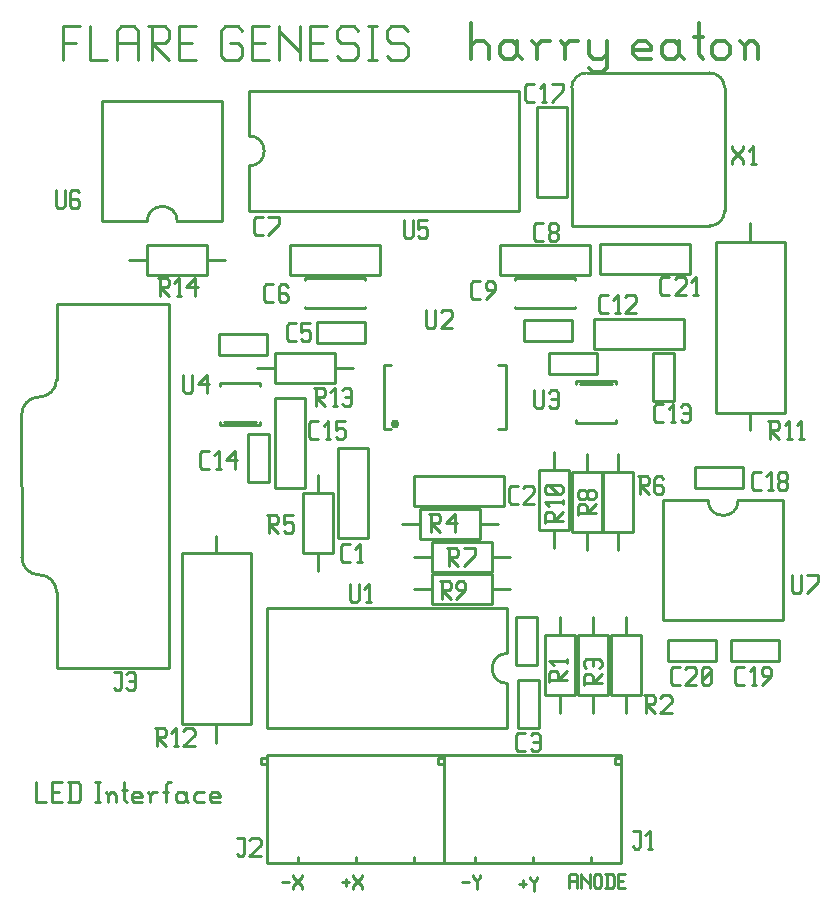
<source format=gbr>
G04 start of page 8 for group -4079 idx -4079
G04 Title: (unknown), topsilk *
G04 Creator: pcb 20070912 *
G04 CreationDate: Mon Dec 31 19:29:58 2007 UTC *
G04 For: jul *
G04 Format: Gerber/RS-274X *
G04 PCB-Dimensions: 350000 330000 *
G04 PCB-Coordinate-Origin: lower left *
%MOIN*%
%FSLAX24Y24*%
%LNFRONTSILK*%
%ADD29C,0.0100*%
%ADD30C,0.0118*%
%ADD31C,0.0112*%
%ADD32C,0.0300*%
G54D29*X4350Y4850D02*Y4190D01*
X4680D01*
X4878Y4520D02*X5125D01*
X4878Y4190D02*X5208D01*
X4878Y4850D02*Y4190D01*
Y4850D02*X5208D01*
X5488D02*Y4190D01*
X5736Y4850D02*X5818Y4767D01*
Y4272D01*
X5736Y4190D02*X5818Y4272D01*
X5406Y4190D02*X5736D01*
X5406Y4850D02*X5736D01*
X6313D02*X6478D01*
X6396D02*Y4190D01*
X6313D02*X6478D01*
X6759Y4437D02*Y4190D01*
Y4437D02*X6842Y4520D01*
X6924D01*
X7007Y4437D01*
Y4190D01*
X6677Y4520D02*X6759Y4437D01*
X7287Y4850D02*Y4272D01*
X7370Y4190D01*
X7205Y4602D02*X7370D01*
X7617Y4190D02*X7865D01*
X7535Y4272D02*X7617Y4190D01*
X7535Y4437D02*Y4272D01*
Y4437D02*X7617Y4520D01*
X7782D01*
X7865Y4437D01*
X7535Y4355D02*X7865D01*
Y4437D02*Y4355D01*
X8146Y4437D02*Y4190D01*
Y4437D02*X8228Y4520D01*
X8393D01*
X8063D02*X8146Y4437D01*
X8674Y4767D02*Y4190D01*
Y4767D02*X8756Y4850D01*
X8839D01*
X8591Y4520D02*X8756D01*
X9251D02*X9334Y4437D01*
X9086Y4520D02*X9251D01*
X9004Y4437D02*X9086Y4520D01*
X9004Y4437D02*Y4272D01*
X9086Y4190D01*
X9334Y4520D02*Y4272D01*
X9416Y4190D01*
X9086D02*X9251D01*
X9334Y4272D01*
X9697Y4520D02*X9945D01*
X9615Y4437D02*X9697Y4520D01*
X9615Y4437D02*Y4272D01*
X9697Y4190D01*
X9945D01*
X10225D02*X10473D01*
X10143Y4272D02*X10225Y4190D01*
X10143Y4437D02*Y4272D01*
Y4437D02*X10225Y4520D01*
X10390D01*
X10473Y4437D01*
X10143Y4355D02*X10473D01*
Y4437D02*Y4355D01*
X14550Y1520D02*X14780D01*
X14665Y1635D02*Y1405D01*
X14918Y1750D02*Y1692D01*
X15205Y1405D01*
Y1290D01*
X14918Y1405D02*Y1290D01*
Y1405D02*X15205Y1692D01*
Y1750D02*Y1692D01*
X12550Y1520D02*X12780D01*
X12918Y1750D02*Y1692D01*
X13205Y1405D01*
Y1290D01*
X12918Y1405D02*Y1290D01*
Y1405D02*X13205Y1692D01*
Y1750D02*Y1692D01*
X20450Y1470D02*X20680D01*
X20565Y1585D02*Y1355D01*
X20818Y1700D02*Y1642D01*
X20933Y1527D01*
X21048Y1642D01*
Y1700D02*Y1642D01*
X20933Y1527D02*Y1240D01*
X18550Y1520D02*X18780D01*
X18918Y1750D02*Y1692D01*
X19033Y1577D01*
X19148Y1692D01*
Y1750D02*Y1692D01*
X19033Y1577D02*Y1290D01*
G54D30*X18850Y30150D02*Y28970D01*
Y29412D02*X18997Y29560D01*
X19292D01*
X19440Y29412D01*
Y28970D01*
X20236Y29560D02*X20384Y29412D01*
X19941Y29560D02*X20236D01*
X19794Y29412D02*X19941Y29560D01*
X19794Y29412D02*Y29117D01*
X19941Y28970D01*
X20384Y29560D02*Y29117D01*
X20531Y28970D01*
X19941D02*X20236D01*
X20384Y29117D01*
X21033Y29412D02*Y28970D01*
Y29412D02*X21181Y29560D01*
X21476D01*
X20886D02*X21033Y29412D01*
X21977D02*Y28970D01*
Y29412D02*X22125Y29560D01*
X22420D01*
X21830D02*X21977Y29412D01*
X22774Y29560D02*Y29117D01*
X22922Y28970D01*
X23364Y29560D02*Y28675D01*
X23217Y28527D02*X23364Y28675D01*
X22922Y28527D02*X23217D01*
X22774Y28675D02*X22922Y28527D01*
Y28970D02*X23217D01*
X23364Y29117D01*
X24397Y28970D02*X24839D01*
X24249Y29117D02*X24397Y28970D01*
X24249Y29412D02*Y29117D01*
Y29412D02*X24397Y29560D01*
X24692D01*
X24839Y29412D01*
X24249Y29265D02*X24839D01*
Y29412D02*Y29265D01*
X25636Y29560D02*X25784Y29412D01*
X25341Y29560D02*X25636D01*
X25194Y29412D02*X25341Y29560D01*
X25194Y29412D02*Y29117D01*
X25341Y28970D01*
X25784Y29560D02*Y29117D01*
X25931Y28970D01*
X25341D02*X25636D01*
X25784Y29117D01*
X26433Y30150D02*Y29117D01*
X26581Y28970D01*
X26286Y29707D02*X26581D01*
X26876Y29412D02*Y29117D01*
Y29412D02*X27023Y29560D01*
X27318D01*
X27466Y29412D01*
Y29117D01*
X27318Y28970D02*X27466Y29117D01*
X27023Y28970D02*X27318D01*
X26876Y29117D02*X27023Y28970D01*
X27968Y29412D02*Y28970D01*
Y29412D02*X28115Y29560D01*
X28263D01*
X28410Y29412D01*
Y28970D01*
X27820Y29560D02*X27968Y29412D01*
G54D31*X5250Y30050D02*Y28930D01*
Y30050D02*X5810D01*
X5250Y29490D02*X5670D01*
X6146Y30050D02*Y28930D01*
X6706D01*
X7042Y29910D02*Y28930D01*
Y29910D02*X7182Y30050D01*
X7602D01*
X7742Y29910D01*
Y28930D01*
X7042Y29490D02*X7742D01*
X8078Y30050D02*X8638D01*
X8778Y29910D01*
Y29630D01*
X8638Y29490D02*X8778Y29630D01*
X8218Y29490D02*X8638D01*
X8218Y30050D02*Y28930D01*
Y29490D02*X8778Y28930D01*
X9115Y29490D02*X9535D01*
X9115Y28930D02*X9675D01*
X9115Y30050D02*Y28930D01*
Y30050D02*X9675D01*
X11075D02*X11215Y29910D01*
X10655Y30050D02*X11075D01*
X10515Y29910D02*X10655Y30050D01*
X10515Y29910D02*Y29070D01*
X10655Y28930D01*
X11075D01*
X11215Y29070D01*
Y29350D02*Y29070D01*
X11075Y29490D02*X11215Y29350D01*
X10795Y29490D02*X11075D01*
X11551D02*X11971D01*
X11551Y28930D02*X12111D01*
X11551Y30050D02*Y28930D01*
Y30050D02*X12111D01*
X12447D02*Y28930D01*
Y30050D02*Y29910D01*
X13147Y29210D01*
Y30050D02*Y28930D01*
X13484Y29490D02*X13904D01*
X13484Y28930D02*X14044D01*
X13484Y30050D02*Y28930D01*
Y30050D02*X14044D01*
X14940D02*X15080Y29910D01*
X14520Y30050D02*X14940D01*
X14380Y29910D02*X14520Y30050D01*
X14380Y29910D02*Y29630D01*
X14520Y29490D01*
X14940D01*
X15080Y29350D01*
Y29070D01*
X14940Y28930D02*X15080Y29070D01*
X14520Y28930D02*X14940D01*
X14380Y29070D02*X14520Y28930D01*
X15416Y30050D02*X15696D01*
X15556D02*Y28930D01*
X15416D02*X15696D01*
X16593Y30050D02*X16733Y29910D01*
X16173Y30050D02*X16593D01*
X16033Y29910D02*X16173Y30050D01*
X16033Y29910D02*Y29630D01*
X16173Y29490D01*
X16593D01*
X16733Y29350D01*
Y29070D01*
X16593Y28930D02*X16733Y29070D01*
X16173Y28930D02*X16593D01*
X16033Y29070D02*X16173Y28930D01*
G54D29*X22100Y1742D02*Y1340D01*
Y1742D02*X22157Y1800D01*
X22330D01*
X22387Y1742D01*
Y1340D01*
X22100Y1570D02*X22387D01*
X22525Y1800D02*Y1340D01*
Y1800D02*Y1742D01*
X22813Y1455D01*
Y1800D02*Y1340D01*
X22951Y1742D02*Y1397D01*
Y1742D02*X23008Y1800D01*
X23123D01*
X23181Y1742D01*
Y1397D01*
X23123Y1340D02*X23181Y1397D01*
X23008Y1340D02*X23123D01*
X22951Y1397D02*X23008Y1340D01*
X23376Y1800D02*Y1340D01*
X23549Y1800D02*X23606Y1742D01*
Y1397D01*
X23549Y1340D02*X23606Y1397D01*
X23319Y1340D02*X23549D01*
X23319Y1800D02*X23549D01*
X23744Y1570D02*X23917D01*
X23744Y1340D02*X23974D01*
X23744Y1800D02*Y1340D01*
Y1800D02*X23974D01*
X10350Y13050D02*Y12500D01*
X11500D02*X9200D01*
Y6800D01*
X11500D01*
Y12500D01*
X10350Y6800D02*Y6150D01*
X5030Y20800D02*X8780D01*
X5030Y18280D02*Y20800D01*
X3870Y12350D02*X3860Y17120D01*
X5030Y8670D02*Y11190D01*
X8780Y8670D02*X5030D01*
X8780Y20800D02*Y8670D01*
X4450Y17700D02*G75*G03X5030Y18280I0J580D01*G01*
X4450Y17700D02*G75*G03X3870Y17120I0J-580D01*G01*
Y12350D02*G75*G03X4450Y11770I580J0D01*G01*
X5030Y11190D02*G75*G03X4450Y11770I-580J0D01*G01*
X11800Y16880D02*Y16760D01*
X10480D01*
Y16880D01*
X11800Y18060D02*Y18180D01*
X10480D01*
Y18060D01*
X11670Y16860D02*X10610D01*
X10050Y21750D02*X8050D01*
Y22750D01*
X10050D01*
Y21750D01*
X10650Y22250D02*X10050D01*
X8050D02*X7450D01*
X10550Y23550D02*Y27550D01*
X6550D01*
Y23550D01*
X10550D02*X9050D01*
X8050D02*X6550D01*
X9050D02*G75*G03X8050Y23550I-500J0D01*G01*
X15300Y21600D02*Y21650D01*
X13300D01*
Y21600D01*
Y20700D02*Y20650D01*
X15300D01*
Y20700D01*
X15800Y21750D02*Y22750D01*
X12800D01*
Y21750D01*
X15800D01*
X13700Y19500D02*X15300D01*
X13700Y20200D02*Y19500D01*
X15300Y20200D02*X13700D01*
X15300Y19500D02*Y20200D01*
X12300Y19150D02*X14300D01*
Y18150D01*
X12300D01*
Y19150D01*
X11700Y18650D02*X12300D01*
X14300D02*X14900D01*
X12300Y14650D02*X13300D01*
Y17650D01*
X12300D01*
Y14650D01*
X12100Y14850D02*Y16450D01*
X11400Y14850D02*X12100D01*
X11400Y16450D02*Y14850D01*
X12100Y16450D02*X11400D01*
X12050Y19800D02*X10450D01*
X12050Y19100D02*Y19800D01*
X10450Y19100D02*X12050D01*
X10450Y19800D02*Y19100D01*
X25250Y14250D02*Y10250D01*
X29250D01*
Y14250D01*
X25250D02*X26750D01*
X27750D02*X29250D01*
X26750D02*G75*G03X27750Y14250I500J0D01*G01*
X27900Y15350D02*X26300D01*
X27900Y14650D02*Y15350D01*
X26300Y14650D02*X27900D01*
X26300Y15350D02*Y14650D01*
X29100Y9600D02*X27500D01*
X29100Y8900D02*Y9600D01*
X27500Y8900D02*X29100D01*
X27500Y9600D02*Y8900D01*
X25400D02*X27000D01*
X25400Y9600D02*Y8900D01*
X27000Y9600D02*X25400D01*
X27000Y8900D02*Y9600D01*
X18970Y2150D02*Y2350D01*
X20910Y2150D02*Y2350D01*
X22850Y2150D02*Y2350D01*
X23660Y5450D02*X23860D01*
X23660Y5650D02*Y5450D01*
X23860Y5650D02*X23660D01*
X17760Y5450D02*X17960D01*
X17760Y5650D02*Y5450D01*
X17960Y5650D02*X17760D01*
X23860Y5750D02*Y2150D01*
X17960Y5750D02*X23860D01*
X17960Y2150D02*Y5750D01*
X23860Y2150D02*X17960D01*
X21100Y6650D02*Y8250D01*
X20400Y6650D02*X21100D01*
X20400Y8250D02*Y6650D01*
X21100Y8250D02*X20400D01*
X22400Y7750D02*Y9750D01*
X23400D01*
Y7750D01*
X22400D01*
X22900Y7150D02*Y7750D01*
Y9750D02*Y10350D01*
X23500Y7750D02*Y9750D01*
X24500D01*
Y7750D01*
X23500D01*
X24000Y7150D02*Y7750D01*
Y9750D02*Y10350D01*
X21300Y7750D02*Y9750D01*
X22300D01*
Y7750D01*
X21300D01*
X21800Y7150D02*Y7750D01*
Y9750D02*Y10350D01*
X20350D02*Y8750D01*
X21050Y10350D02*X20350D01*
X21050Y8750D02*Y10350D01*
X20350Y8750D02*X21050D01*
X26150Y21800D02*Y22800D01*
X23150D01*
Y21800D01*
X26150D01*
X19800Y22750D02*Y21750D01*
X22800D01*
Y22750D01*
X19800D01*
X20300Y20700D02*Y20650D01*
X22300D01*
Y20700D01*
Y21600D02*Y21650D01*
X20300D01*
Y21600D01*
X22200Y23400D02*Y28000D01*
X22700Y28500D02*X26800D01*
X27300Y28000D02*Y23900D01*
X26800Y23400D02*X22200D01*
X22700Y28500D02*G75*G03X22200Y28000I0J-500D01*G01*
X27300D02*G75*G03X26800Y28500I-500J0D01*G01*
Y23400D02*G75*G03X27300Y23900I0J500D01*G01*
X28150Y16600D02*Y17150D01*
X27000D02*X29300D01*
Y22850D01*
X27000D01*
Y17150D01*
X28150Y22850D02*Y23500D01*
X22950Y20300D02*Y19300D01*
X25950D01*
Y20300D01*
X22950D01*
X24900Y19150D02*Y17550D01*
X25600Y19150D02*X24900D01*
X25600Y17550D02*Y19150D01*
X24900Y17550D02*X25600D01*
X17150Y13950D02*X19150D01*
Y12950D01*
X17150D01*
Y13950D01*
X16550Y13450D02*X17150D01*
X19150D02*X19750D01*
G54D32*X16300Y16800D03*
G54D29*X16180Y16640D02*X15930D01*
Y18760D01*
X16180D01*
X19730Y16640D02*X20000D01*
Y18760D01*
X19730D01*
X22100Y15250D02*Y13250D01*
X21100D01*
Y15250D01*
X22100D01*
X21600Y15850D02*Y15250D01*
Y13250D02*Y12650D01*
X23200Y15200D02*Y13200D01*
X22200D01*
Y15200D01*
X23200D01*
X22700Y15800D02*Y15200D01*
Y13200D02*Y12600D01*
X21450Y18450D02*X23050D01*
X21450Y19150D02*Y18450D01*
X23050Y19150D02*X21450D01*
X23050Y18450D02*Y19150D01*
X22350Y18120D02*Y18240D01*
X23670D01*
Y18120D01*
X22350Y16940D02*Y16820D01*
X23670D01*
Y16940D01*
X22480Y18140D02*X23540D01*
X24250Y15200D02*Y13200D01*
X23250D01*
Y15200D01*
X24250D01*
X23750Y15800D02*Y15200D01*
Y13200D02*Y12600D01*
X22200Y20250D02*X20600D01*
X22200Y19550D02*Y20250D01*
X20600Y19550D02*X22200D01*
X20600Y20250D02*Y19550D01*
X21050Y24350D02*X22050D01*
Y27350D01*
X21050D01*
Y24350D01*
X11450Y23900D02*X20450D01*
Y27900D01*
X11450D01*
Y23900D02*Y25400D01*
Y26400D02*Y27900D01*
Y25400D02*G75*G03X11450Y26400I0J500D01*G01*
X20050Y10650D02*X12050D01*
Y6650D01*
X20050D01*
Y10650D02*Y9150D01*
Y8150D02*Y6650D01*
Y9150D02*G75*G03X20050Y8150I0J-500D01*G01*
X17550Y11800D02*X19550D01*
Y10800D01*
X17550D01*
Y11800D01*
X16950Y11300D02*X17550D01*
X19550D02*X20150D01*
X14250Y14500D02*Y12500D01*
X13250D01*
Y14500D01*
X14250D01*
X13750Y15100D02*Y14500D01*
Y12500D02*Y11900D01*
X14400Y13000D02*X15400D01*
Y16000D01*
X14400D01*
Y13000D01*
X19950Y14050D02*Y15050D01*
X16950D01*
Y14050D01*
X19950D01*
X17550Y12850D02*X19550D01*
Y11850D01*
X17550D01*
Y12850D01*
X16950Y12350D02*X17550D01*
X19550D02*X20150D01*
X13070Y2150D02*Y2350D01*
X15010Y2150D02*Y2350D01*
X16950Y2150D02*Y2350D01*
X17760Y5450D02*X17960D01*
X17760Y5650D02*Y5450D01*
X17960Y5650D02*X17760D01*
X11860Y5450D02*X12060D01*
X11860Y5650D02*Y5450D01*
X12060Y5650D02*X11860D01*
X17960Y5750D02*Y2150D01*
X12060Y5750D02*X17960D01*
X12060Y2150D02*Y5750D01*
X17960Y2150D02*X12060D01*
X8300Y6650D02*X8600D01*
X8675Y6575D01*
Y6425D01*
X8600Y6350D02*X8675Y6425D01*
X8375Y6350D02*X8600D01*
X8375Y6650D02*Y6050D01*
Y6350D02*X8675Y6050D01*
X8930D02*X9080D01*
X9005Y6650D02*Y6050D01*
X8855Y6500D02*X9005Y6650D01*
X9260Y6575D02*X9335Y6650D01*
X9560D01*
X9635Y6575D01*
Y6425D01*
X9260Y6050D02*X9635Y6425D01*
X9260Y6050D02*X9635D01*
X6950Y8530D02*X7175D01*
Y8005D01*
X7100Y7930D02*X7175Y8005D01*
X7025Y7930D02*X7100D01*
X6950Y8005D02*X7025Y7930D01*
X7355Y8455D02*X7430Y8530D01*
X7580D01*
X7655Y8455D01*
Y8005D01*
X7580Y7930D02*X7655Y8005D01*
X7430Y7930D02*X7580D01*
X7355Y8005D02*X7430Y7930D01*
Y8230D02*X7655D01*
X11050Y2990D02*X11275D01*
Y2465D01*
X11200Y2390D02*X11275Y2465D01*
X11125Y2390D02*X11200D01*
X11050Y2465D02*X11125Y2390D01*
X11455Y2915D02*X11530Y2990D01*
X11755D01*
X11830Y2915D01*
Y2765D01*
X11455Y2390D02*X11830Y2765D01*
X11455Y2390D02*X11830D01*
X24250Y3240D02*X24475D01*
Y2715D01*
X24400Y2640D02*X24475Y2715D01*
X24325Y2640D02*X24400D01*
X24250Y2715D02*X24325Y2640D01*
X24730D02*X24880D01*
X24805Y3240D02*Y2640D01*
X24655Y3090D02*X24805Y3240D01*
X27725Y8100D02*X27950D01*
X27650Y8175D02*X27725Y8100D01*
X27650Y8625D02*Y8175D01*
Y8625D02*X27725Y8700D01*
X27950D01*
X28205Y8100D02*X28355D01*
X28280Y8700D02*Y8100D01*
X28130Y8550D02*X28280Y8700D01*
X28535Y8100D02*X28835Y8400D01*
Y8625D02*Y8400D01*
X28760Y8700D02*X28835Y8625D01*
X28610Y8700D02*X28760D01*
X28535Y8625D02*X28610Y8700D01*
X28535Y8625D02*Y8475D01*
X28610Y8400D01*
X28835D01*
X25575Y8100D02*X25800D01*
X25500Y8175D02*X25575Y8100D01*
X25500Y8625D02*Y8175D01*
Y8625D02*X25575Y8700D01*
X25800D01*
X25980Y8625D02*X26055Y8700D01*
X26280D01*
X26355Y8625D01*
Y8475D01*
X25980Y8100D02*X26355Y8475D01*
X25980Y8100D02*X26355D01*
X26535Y8175D02*X26610Y8100D01*
X26535Y8625D02*Y8175D01*
Y8625D02*X26610Y8700D01*
X26760D01*
X26835Y8625D01*
Y8175D01*
X26760Y8100D02*X26835Y8175D01*
X26610Y8100D02*X26760D01*
X26535Y8250D02*X26835Y8550D01*
X24600Y7750D02*X24900D01*
X24975Y7675D01*
Y7525D01*
X24900Y7450D02*X24975Y7525D01*
X24675Y7450D02*X24900D01*
X24675Y7750D02*Y7150D01*
Y7450D02*X24975Y7150D01*
X25155Y7675D02*X25230Y7750D01*
X25455D01*
X25530Y7675D01*
Y7525D01*
X25155Y7150D02*X25530Y7525D01*
X25155Y7150D02*X25530D01*
X20425Y5900D02*X20650D01*
X20350Y5975D02*X20425Y5900D01*
X20350Y6425D02*Y5975D01*
Y6425D02*X20425Y6500D01*
X20650D01*
X20830Y6425D02*X20905Y6500D01*
X21055D01*
X21130Y6425D01*
Y5975D01*
X21055Y5900D02*X21130Y5975D01*
X20905Y5900D02*X21055D01*
X20830Y5975D02*X20905Y5900D01*
Y6200D02*X21130D01*
X22600Y8400D02*Y8100D01*
Y8400D02*X22675Y8475D01*
X22825D01*
X22900Y8400D02*X22825Y8475D01*
X22900Y8400D02*Y8175D01*
X22600D02*X23200D01*
X22900D02*X23200Y8475D01*
X22675Y8655D02*X22600Y8730D01*
Y8880D02*Y8730D01*
Y8880D02*X22675Y8955D01*
X23125D01*
X23200Y8880D02*X23125Y8955D01*
X23200Y8880D02*Y8730D01*
X23125Y8655D02*X23200Y8730D01*
X22900Y8955D02*Y8730D01*
X21450Y8500D02*Y8200D01*
Y8500D02*X21525Y8575D01*
X21675D01*
X21750Y8500D02*X21675Y8575D01*
X21750Y8500D02*Y8275D01*
X21450D02*X22050D01*
X21750D02*X22050Y8575D01*
Y8980D02*Y8830D01*
X21450Y8905D02*X22050D01*
X21600Y8755D02*X21450Y8905D01*
X25225Y21090D02*X25450D01*
X25150Y21165D02*X25225Y21090D01*
X25150Y21615D02*Y21165D01*
Y21615D02*X25225Y21690D01*
X25450D01*
X25630Y21615D02*X25705Y21690D01*
X25930D01*
X26005Y21615D01*
Y21465D01*
X25630Y21090D02*X26005Y21465D01*
X25630Y21090D02*X26005D01*
X26260D02*X26410D01*
X26335Y21690D02*Y21090D01*
X26185Y21540D02*X26335Y21690D01*
X17350Y20590D02*Y20065D01*
X17425Y19990D01*
X17575D01*
X17650Y20065D01*
Y20590D02*Y20065D01*
X17830Y20515D02*X17905Y20590D01*
X18130D01*
X18205Y20515D01*
Y20365D01*
X17830Y19990D02*X18205Y20365D01*
X17830Y19990D02*X18205D01*
X18925Y20950D02*X19150D01*
X18850Y21025D02*X18925Y20950D01*
X18850Y21475D02*Y21025D01*
Y21475D02*X18925Y21550D01*
X19150D01*
X19330Y20950D02*X19630Y21250D01*
Y21475D02*Y21250D01*
X19555Y21550D02*X19630Y21475D01*
X19405Y21550D02*X19555D01*
X19330Y21475D02*X19405Y21550D01*
X19330Y21475D02*Y21325D01*
X19405Y21250D01*
X19630D01*
X23175Y20490D02*X23400D01*
X23100Y20565D02*X23175Y20490D01*
X23100Y21015D02*Y20565D01*
Y21015D02*X23175Y21090D01*
X23400D01*
X23655Y20490D02*X23805D01*
X23730Y21090D02*Y20490D01*
X23580Y20940D02*X23730Y21090D01*
X23985Y21015D02*X24060Y21090D01*
X24285D01*
X24360Y21015D01*
Y20865D01*
X23985Y20490D02*X24360Y20865D01*
X23985Y20490D02*X24360D01*
X22400Y14050D02*Y13750D01*
Y14050D02*X22475Y14125D01*
X22625D01*
X22700Y14050D02*X22625Y14125D01*
X22700Y14050D02*Y13825D01*
X22400D02*X23000D01*
X22700D02*X23000Y14125D01*
X22925Y14305D02*X23000Y14380D01*
X22775Y14305D02*X22925D01*
X22775D02*X22700Y14380D01*
Y14530D02*Y14380D01*
Y14530D02*X22775Y14605D01*
X22925D01*
X23000Y14530D02*X22925Y14605D01*
X23000Y14530D02*Y14380D01*
X22625Y14305D02*X22700Y14380D01*
X22475Y14305D02*X22625D01*
X22475D02*X22400Y14380D01*
Y14530D02*Y14380D01*
Y14530D02*X22475Y14605D01*
X22625D01*
X22700Y14530D02*X22625Y14605D01*
X24400Y15050D02*X24700D01*
X24775Y14975D01*
Y14825D01*
X24700Y14750D02*X24775Y14825D01*
X24475Y14750D02*X24700D01*
X24475Y15050D02*Y14450D01*
Y14750D02*X24775Y14450D01*
X25180Y15050D02*X25255Y14975D01*
X25030Y15050D02*X25180D01*
X24955Y14975D02*X25030Y15050D01*
X24955Y14975D02*Y14525D01*
X25030Y14450D01*
X25180Y14750D02*X25255Y14675D01*
X24955Y14750D02*X25180D01*
X25030Y14450D02*X25180D01*
X25255Y14525D01*
Y14675D02*Y14525D01*
X17450Y13800D02*X17750D01*
X17825Y13725D01*
Y13575D01*
X17750Y13500D02*X17825Y13575D01*
X17525Y13500D02*X17750D01*
X17525Y13800D02*Y13200D01*
Y13500D02*X17825Y13200D01*
X18005Y13500D02*X18305Y13800D01*
X18005Y13500D02*X18380D01*
X18305Y13800D02*Y13200D01*
X21300Y13800D02*Y13500D01*
Y13800D02*X21375Y13875D01*
X21525D01*
X21600Y13800D02*X21525Y13875D01*
X21600Y13800D02*Y13575D01*
X21300D02*X21900D01*
X21600D02*X21900Y13875D01*
Y14280D02*Y14130D01*
X21300Y14205D02*X21900D01*
X21450Y14055D02*X21300Y14205D01*
X21825Y14460D02*X21900Y14535D01*
X21375Y14460D02*X21825D01*
X21375D02*X21300Y14535D01*
Y14685D02*Y14535D01*
Y14685D02*X21375Y14760D01*
X21825D01*
X21900Y14685D02*X21825Y14760D01*
X21900Y14685D02*Y14535D01*
X21750Y14460D02*X21450Y14760D01*
X20175Y14140D02*X20400D01*
X20100Y14215D02*X20175Y14140D01*
X20100Y14665D02*Y14215D01*
Y14665D02*X20175Y14740D01*
X20400D01*
X20580Y14665D02*X20655Y14740D01*
X20880D01*
X20955Y14665D01*
Y14515D01*
X20580Y14140D02*X20955Y14515D01*
X20580Y14140D02*X20955D01*
X18050Y12650D02*X18350D01*
X18425Y12575D01*
Y12425D01*
X18350Y12350D02*X18425Y12425D01*
X18125Y12350D02*X18350D01*
X18125Y12650D02*Y12050D01*
Y12350D02*X18425Y12050D01*
X18605D02*X18980Y12425D01*
Y12650D02*Y12425D01*
X18605Y12650D02*X18980D01*
X25025Y16850D02*X25250D01*
X24950Y16925D02*X25025Y16850D01*
X24950Y17375D02*Y16925D01*
Y17375D02*X25025Y17450D01*
X25250D01*
X25505Y16850D02*X25655D01*
X25580Y17450D02*Y16850D01*
X25430Y17300D02*X25580Y17450D01*
X25835Y17375D02*X25910Y17450D01*
X26060D01*
X26135Y17375D01*
Y16925D01*
X26060Y16850D02*X26135Y16925D01*
X25910Y16850D02*X26060D01*
X25835Y16925D02*X25910Y16850D01*
Y17150D02*X26135D01*
X27550Y26050D02*Y25975D01*
X27925Y25600D01*
Y25450D01*
X27550Y25600D02*Y25450D01*
Y25600D02*X27925Y25975D01*
Y26050D02*Y25975D01*
X28180Y25450D02*X28330D01*
X28255Y26050D02*Y25450D01*
X28105Y25900D02*X28255Y26050D01*
X21025Y22890D02*X21250D01*
X20950Y22965D02*X21025Y22890D01*
X20950Y23415D02*Y22965D01*
Y23415D02*X21025Y23490D01*
X21250D01*
X21430Y22965D02*X21505Y22890D01*
X21430Y23115D02*Y22965D01*
Y23115D02*X21505Y23190D01*
X21655D01*
X21730Y23115D01*
Y22965D01*
X21655Y22890D02*X21730Y22965D01*
X21505Y22890D02*X21655D01*
X21430Y23265D02*X21505Y23190D01*
X21430Y23415D02*Y23265D01*
Y23415D02*X21505Y23490D01*
X21655D01*
X21730Y23415D01*
Y23265D01*
X21655Y23190D02*X21730Y23265D01*
X20960Y17920D02*Y17395D01*
X21035Y17320D01*
X21185D01*
X21260Y17395D01*
Y17920D02*Y17395D01*
X21440Y17845D02*X21515Y17920D01*
X21665D01*
X21740Y17845D01*
Y17395D01*
X21665Y17320D02*X21740Y17395D01*
X21515Y17320D02*X21665D01*
X21440Y17395D02*X21515Y17320D01*
Y17620D02*X21740D01*
X29550Y11750D02*Y11225D01*
X29625Y11150D01*
X29775D01*
X29850Y11225D01*
Y11750D02*Y11225D01*
X30030Y11150D02*X30405Y11525D01*
Y11750D02*Y11525D01*
X30030Y11750D02*X30405D01*
X28275Y14600D02*X28500D01*
X28200Y14675D02*X28275Y14600D01*
X28200Y15125D02*Y14675D01*
Y15125D02*X28275Y15200D01*
X28500D01*
X28755Y14600D02*X28905D01*
X28830Y15200D02*Y14600D01*
X28680Y15050D02*X28830Y15200D01*
X29085Y14675D02*X29160Y14600D01*
X29085Y14825D02*Y14675D01*
Y14825D02*X29160Y14900D01*
X29310D01*
X29385Y14825D01*
Y14675D01*
X29310Y14600D02*X29385Y14675D01*
X29160Y14600D02*X29310D01*
X29085Y14975D02*X29160Y14900D01*
X29085Y15125D02*Y14975D01*
Y15125D02*X29160Y15200D01*
X29310D01*
X29385Y15125D01*
Y14975D01*
X29310Y14900D02*X29385Y14975D01*
X28750Y16900D02*X29050D01*
X29125Y16825D01*
Y16675D01*
X29050Y16600D02*X29125Y16675D01*
X28825Y16600D02*X29050D01*
X28825Y16900D02*Y16300D01*
Y16600D02*X29125Y16300D01*
X29380D02*X29530D01*
X29455Y16900D02*Y16300D01*
X29305Y16750D02*X29455Y16900D01*
X29785Y16300D02*X29935D01*
X29860Y16900D02*Y16300D01*
X29710Y16750D02*X29860Y16900D01*
X20725Y27540D02*X20950D01*
X20650Y27615D02*X20725Y27540D01*
X20650Y28065D02*Y27615D01*
Y28065D02*X20725Y28140D01*
X20950D01*
X21205Y27540D02*X21355D01*
X21280Y28140D02*Y27540D01*
X21130Y27990D02*X21280Y28140D01*
X21535Y27540D02*X21910Y27915D01*
Y28140D02*Y27915D01*
X21535Y28140D02*X21910D01*
X14800Y11450D02*Y10925D01*
X14875Y10850D01*
X15025D01*
X15100Y10925D01*
Y11450D02*Y10925D01*
X15355Y10850D02*X15505D01*
X15430Y11450D02*Y10850D01*
X15280Y11300D02*X15430Y11450D01*
X17800Y11550D02*X18100D01*
X18175Y11475D01*
Y11325D01*
X18100Y11250D02*X18175Y11325D01*
X17875Y11250D02*X18100D01*
X17875Y11550D02*Y10950D01*
Y11250D02*X18175Y10950D01*
X18355D02*X18655Y11250D01*
Y11475D02*Y11250D01*
X18580Y11550D02*X18655Y11475D01*
X18430Y11550D02*X18580D01*
X18355Y11475D02*X18430Y11550D01*
X18355Y11475D02*Y11325D01*
X18430Y11250D01*
X18655D01*
X14575Y12190D02*X14800D01*
X14500Y12265D02*X14575Y12190D01*
X14500Y12715D02*Y12265D01*
Y12715D02*X14575Y12790D01*
X14800D01*
X15055Y12190D02*X15205D01*
X15130Y12790D02*Y12190D01*
X14980Y12640D02*X15130Y12790D01*
X12050Y13750D02*X12350D01*
X12425Y13675D01*
Y13525D01*
X12350Y13450D02*X12425Y13525D01*
X12125Y13450D02*X12350D01*
X12125Y13750D02*Y13150D01*
Y13450D02*X12425Y13150D01*
X12605Y13750D02*X12905D01*
X12605D02*Y13450D01*
X12680Y13525D01*
X12830D01*
X12905Y13450D01*
Y13225D01*
X12830Y13150D02*X12905Y13225D01*
X12680Y13150D02*X12830D01*
X12605Y13225D02*X12680Y13150D01*
X9260Y18420D02*Y17895D01*
X9335Y17820D01*
X9485D01*
X9560Y17895D01*
Y18420D02*Y17895D01*
X9740Y18120D02*X10040Y18420D01*
X9740Y18120D02*X10115D01*
X10040Y18420D02*Y17820D01*
X13600Y18000D02*X13900D01*
X13975Y17925D01*
Y17775D01*
X13900Y17700D02*X13975Y17775D01*
X13675Y17700D02*X13900D01*
X13675Y18000D02*Y17400D01*
Y17700D02*X13975Y17400D01*
X14230D02*X14380D01*
X14305Y18000D02*Y17400D01*
X14155Y17850D02*X14305Y18000D01*
X14560Y17925D02*X14635Y18000D01*
X14785D01*
X14860Y17925D01*
Y17475D01*
X14785Y17400D02*X14860Y17475D01*
X14635Y17400D02*X14785D01*
X14560Y17475D02*X14635Y17400D01*
Y17700D02*X14860D01*
X13525Y16290D02*X13750D01*
X13450Y16365D02*X13525Y16290D01*
X13450Y16815D02*Y16365D01*
Y16815D02*X13525Y16890D01*
X13750D01*
X14005Y16290D02*X14155D01*
X14080Y16890D02*Y16290D01*
X13930Y16740D02*X14080Y16890D01*
X14335D02*X14635D01*
X14335D02*Y16590D01*
X14410Y16665D01*
X14560D01*
X14635Y16590D01*
Y16365D01*
X14560Y16290D02*X14635Y16365D01*
X14410Y16290D02*X14560D01*
X14335Y16365D02*X14410Y16290D01*
X9875Y15300D02*X10100D01*
X9800Y15375D02*X9875Y15300D01*
X9800Y15825D02*Y15375D01*
Y15825D02*X9875Y15900D01*
X10100D01*
X10355Y15300D02*X10505D01*
X10430Y15900D02*Y15300D01*
X10280Y15750D02*X10430Y15900D01*
X10685Y15600D02*X10985Y15900D01*
X10685Y15600D02*X11060D01*
X10985Y15900D02*Y15300D01*
X12025Y20850D02*X12250D01*
X11950Y20925D02*X12025Y20850D01*
X11950Y21375D02*Y20925D01*
Y21375D02*X12025Y21450D01*
X12250D01*
X12655D02*X12730Y21375D01*
X12505Y21450D02*X12655D01*
X12430Y21375D02*X12505Y21450D01*
X12430Y21375D02*Y20925D01*
X12505Y20850D01*
X12655Y21150D02*X12730Y21075D01*
X12430Y21150D02*X12655D01*
X12505Y20850D02*X12655D01*
X12730Y20925D01*
Y21075D02*Y20925D01*
X11675Y23090D02*X11900D01*
X11600Y23165D02*X11675Y23090D01*
X11600Y23615D02*Y23165D01*
Y23615D02*X11675Y23690D01*
X11900D01*
X12080Y23090D02*X12455Y23465D01*
Y23690D02*Y23465D01*
X12080Y23690D02*X12455D01*
X12775Y19550D02*X13000D01*
X12700Y19625D02*X12775Y19550D01*
X12700Y20075D02*Y19625D01*
Y20075D02*X12775Y20150D01*
X13000D01*
X13180D02*X13480D01*
X13180D02*Y19850D01*
X13255Y19925D01*
X13405D01*
X13480Y19850D01*
Y19625D01*
X13405Y19550D02*X13480Y19625D01*
X13255Y19550D02*X13405D01*
X13180Y19625D02*X13255Y19550D01*
X8400Y21650D02*X8700D01*
X8775Y21575D01*
Y21425D01*
X8700Y21350D02*X8775Y21425D01*
X8475Y21350D02*X8700D01*
X8475Y21650D02*Y21050D01*
Y21350D02*X8775Y21050D01*
X9030D02*X9180D01*
X9105Y21650D02*Y21050D01*
X8955Y21500D02*X9105Y21650D01*
X9360Y21350D02*X9660Y21650D01*
X9360Y21350D02*X9735D01*
X9660Y21650D02*Y21050D01*
X16600Y23600D02*Y23075D01*
X16675Y23000D01*
X16825D01*
X16900Y23075D01*
Y23600D02*Y23075D01*
X17080Y23600D02*X17380D01*
X17080D02*Y23300D01*
X17155Y23375D01*
X17305D01*
X17380Y23300D01*
Y23075D01*
X17305Y23000D02*X17380Y23075D01*
X17155Y23000D02*X17305D01*
X17080Y23075D02*X17155Y23000D01*
X5000Y24600D02*Y24075D01*
X5075Y24000D01*
X5225D01*
X5300Y24075D01*
Y24600D02*Y24075D01*
X5705Y24600D02*X5780Y24525D01*
X5555Y24600D02*X5705D01*
X5480Y24525D02*X5555Y24600D01*
X5480Y24525D02*Y24075D01*
X5555Y24000D01*
X5705Y24300D02*X5780Y24225D01*
X5480Y24300D02*X5705D01*
X5555Y24000D02*X5705D01*
X5780Y24075D01*
Y24225D02*Y24075D01*
M02*

</source>
